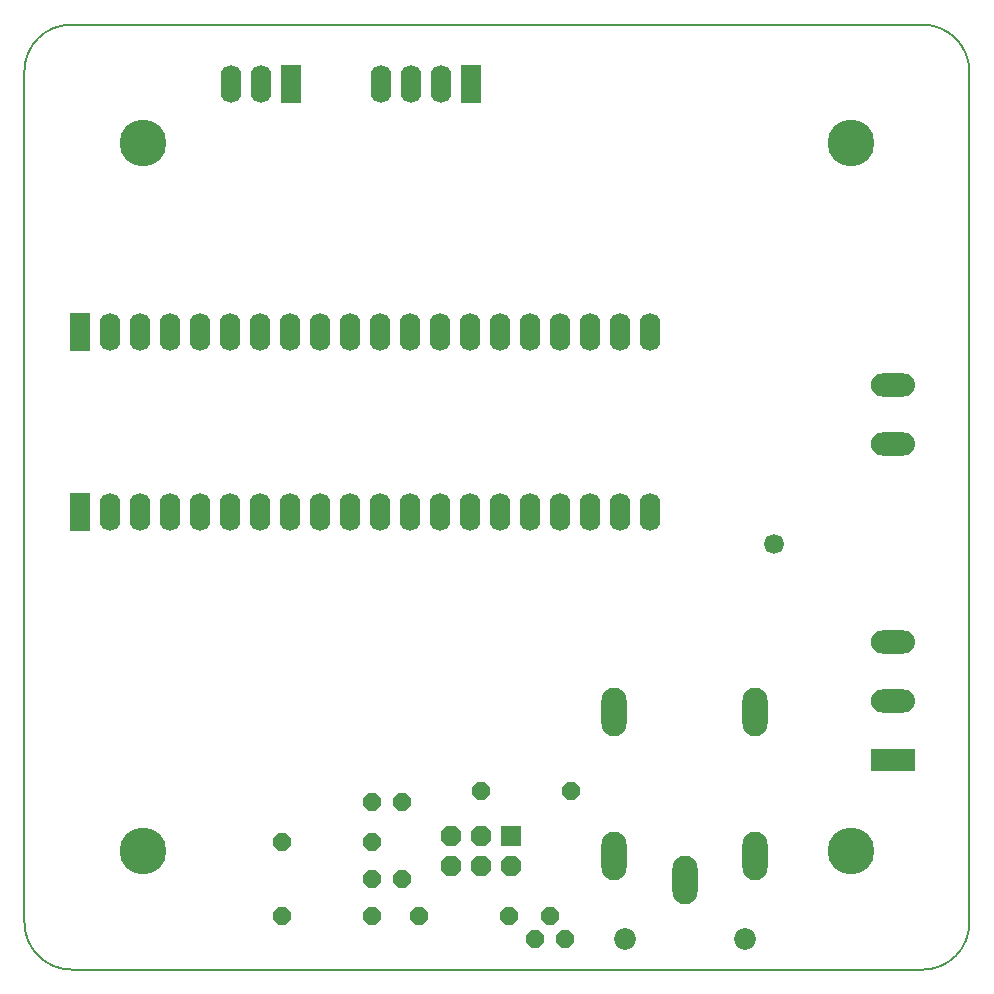
<source format=gbr>
G04 DesignSpark PCB Gerber Version 11.0 Build 5877*
%FSLAX35Y35*%
%MOIN*%
%ADD77O,0.06929X0.12630*%
%ADD82O,0.08430X0.16230*%
%ADD76R,0.06929X0.12630*%
%ADD84R,0.06630X0.06630*%
%ADD12C,0.00500*%
%ADD75C,0.06630*%
%ADD79C,0.07230*%
%ADD81O,0.14730X0.07680*%
%ADD74C,0.15591*%
%AMT78*0 Octagon Pad at angle 0*4,1,8,-0.01206,-0.02915,0.01206,-0.02915,0.02915,-0.01206,0.02915,0.01206,0.01206,0.02915,-0.01206,0.02915,-0.02915,0.01206,-0.02915,-0.01206,-0.01206,-0.02915,0*%
%ADD78T78*%
%ADD80R,0.14730X0.07680*%
%AMT85*0 Octagon Pad at angle 0*4,1,8,-0.01372,-0.03315,0.01372,-0.03315,0.03315,-0.01372,0.03315,0.01372,0.01372,0.03315,-0.01372,0.03315,-0.03315,0.01372,-0.03315,-0.01372,-0.01372,-0.03315,0*%
%ADD85T85*%
X0Y0D02*
D02*
D12*
X1957480Y1658031D02*
Y1941929D01*
G75*
G03*
X1941929Y1957480I-15551J0D01*
G01*
X1658031D01*
G75*
G03*
X1642520Y1941969I0J-15512D01*
G01*
Y1658268D01*
G75*
G03*
X1658268Y1642520I15748J0D01*
G01*
X1941969D01*
G75*
G03*
X1957480Y1658031I0J15512D01*
G01*
D02*
D74*
X1681890Y1681890D03*
Y1918110D03*
X1918110Y1681890D03*
Y1918110D03*
D02*
D75*
X1892520Y1784252D03*
D02*
D76*
X1660945Y1795079D03*
Y1855079D03*
X1731260Y1937795D03*
X1791378D03*
D02*
D77*
X1670945Y1795079D03*
Y1855079D03*
X1680945Y1795079D03*
Y1855079D03*
X1690945Y1795079D03*
Y1855079D03*
X1700945Y1795079D03*
Y1855079D03*
X1710945Y1795079D03*
Y1855079D03*
X1711260Y1937795D03*
X1720945Y1795079D03*
Y1855079D03*
X1721260Y1937795D03*
X1730945Y1795079D03*
Y1855079D03*
X1740945Y1795079D03*
Y1855079D03*
X1750945Y1795079D03*
Y1855079D03*
X1760945Y1795079D03*
Y1855079D03*
X1761378Y1937795D03*
X1770945Y1795079D03*
Y1855079D03*
X1771378Y1937795D03*
X1780945Y1795079D03*
Y1855079D03*
X1781378Y1937795D03*
X1790945Y1795079D03*
Y1855079D03*
X1800945Y1795079D03*
Y1855079D03*
X1810945Y1795079D03*
Y1855079D03*
X1820945Y1795079D03*
Y1855079D03*
X1830945Y1795079D03*
Y1855079D03*
X1840945Y1795079D03*
Y1855079D03*
X1850945Y1795079D03*
Y1855079D03*
D02*
D78*
X1728228Y1660256D03*
Y1685118D03*
X1758228Y1660256D03*
Y1672638D03*
Y1685118D03*
Y1698268D03*
X1768228Y1672638D03*
Y1698268D03*
X1774094Y1660256D03*
X1794843Y1702205D03*
X1804094Y1660256D03*
X1812717Y1652756D03*
X1817717Y1660256D03*
X1822717Y1652756D03*
X1824843Y1702205D03*
D02*
D79*
X1842598Y1652756D03*
X1882598D03*
D02*
D80*
X1932165Y1712323D03*
D02*
D81*
X1932087Y1817717D03*
Y1837402D03*
X1932165Y1732008D03*
Y1751693D03*
D02*
D82*
X1839098Y1680343D03*
Y1728343D03*
X1862598Y1672343D03*
X1886098Y1680343D03*
Y1728343D03*
D02*
D84*
X1804843Y1686929D03*
D02*
D85*
X1784843Y1676929D03*
Y1686929D03*
X1794843Y1676929D03*
Y1686929D03*
X1804843Y1676929D03*
X0Y0D02*
M02*

</source>
